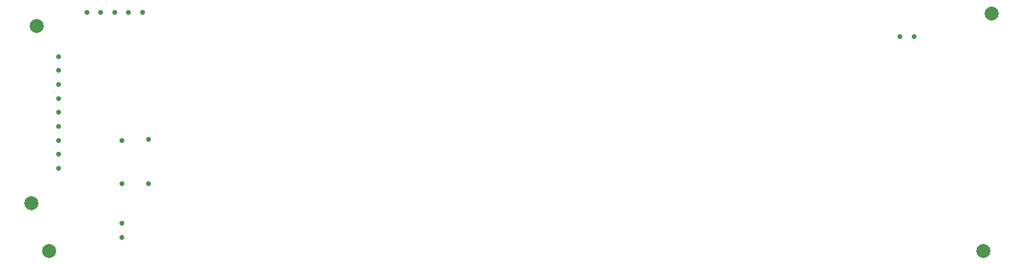
<source format=gbr>
G04 Generated by Ultiboard 14.2 *
%FSLAX34Y34*%
%MOMM*%

%ADD10C,0.0001*%
%ADD11C,0.7000*%
%ADD12C,2.0000*%


G04 ColorRGB 000000 for the following layer *
%LNDrill-Copper Top-Copper Bottom*%
%LPD*%
G54D11*
X185420Y142240D03*
X185420Y205740D03*
X147320Y142240D03*
X147320Y204000D03*
X147000Y85000D03*
X147000Y65000D03*
X57000Y164000D03*
X57000Y324000D03*
X57000Y304000D03*
X57000Y284000D03*
X57000Y264000D03*
X57000Y244000D03*
X57000Y224000D03*
X57000Y204000D03*
X57000Y184000D03*
X1281000Y353000D03*
X1261000Y353000D03*
X177000Y387000D03*
X157000Y387000D03*
X137000Y387000D03*
X117000Y387000D03*
X97000Y387000D03*
G54D12*
X25400Y368300D03*
X17780Y114300D03*
X43180Y45720D03*
X1391920Y386080D03*
X1380000Y45720D03*

M02*

</source>
